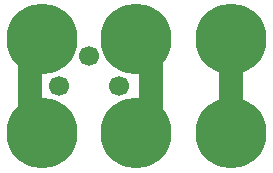
<source format=gbl>
G04 #@! TF.GenerationSoftware,KiCad,Pcbnew,5.1.5-52549c5~84~ubuntu19.04.1*
G04 #@! TF.CreationDate,2020-01-08T00:27:12+01:00*
G04 #@! TF.ProjectId,2x3-Mini-Potentiometer-3386P-TH,3278332d-4d69-46e6-992d-506f74656e74,v1.2*
G04 #@! TF.SameCoordinates,Original*
G04 #@! TF.FileFunction,Copper,L2,Bot*
G04 #@! TF.FilePolarity,Positive*
%FSLAX46Y46*%
G04 Gerber Fmt 4.6, Leading zero omitted, Abs format (unit mm)*
G04 Created by KiCad (PCBNEW 5.1.5-52549c5~84~ubuntu19.04.1) date 2020-01-08 00:27:12*
%MOMM*%
%LPD*%
G04 APERTURE LIST*
%ADD10C,2.000000*%
%ADD11C,6.000000*%
%ADD12C,1.700000*%
G04 APERTURE END LIST*
D10*
X35095800Y-23605600D02*
X35095800Y-32105600D01*
X41833800Y-24105600D02*
X41833800Y-32605600D01*
X24833800Y-23605600D02*
X24833800Y-32105600D01*
D11*
X33833800Y-32105600D03*
X25833800Y-24105600D03*
X33833800Y-24105600D03*
X25833800Y-32105600D03*
X41833800Y-32105600D03*
X41833800Y-24105600D03*
D12*
X27293800Y-28105600D03*
X29833800Y-25577880D03*
X32373800Y-28105600D03*
M02*

</source>
